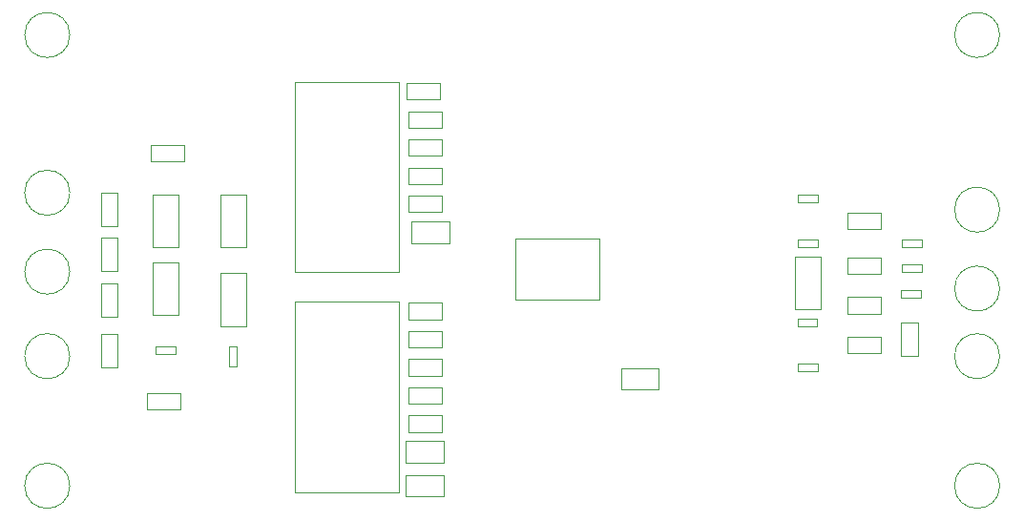
<source format=gbr>
%TF.GenerationSoftware,KiCad,Pcbnew,5.1.10*%
%TF.CreationDate,2021-07-17T21:09:20+02:00*%
%TF.ProjectId,smd-balanced,736d642d-6261-46c6-916e-6365642e6b69,rev?*%
%TF.SameCoordinates,Original*%
%TF.FileFunction,Other,User*%
%FSLAX46Y46*%
G04 Gerber Fmt 4.6, Leading zero omitted, Abs format (unit mm)*
G04 Created by KiCad (PCBNEW 5.1.10) date 2021-07-17 21:09:20*
%MOMM*%
%LPD*%
G01*
G04 APERTURE LIST*
%ADD10C,0.050000*%
G04 APERTURE END LIST*
D10*
%TO.C,C1*%
X107120000Y-52850000D02*
X107120000Y-52150000D01*
X107120000Y-52150000D02*
X108880000Y-52150000D01*
X108880000Y-52150000D02*
X108880000Y-52850000D01*
X108880000Y-52850000D02*
X107120000Y-52850000D01*
%TO.C,C2*%
X118065000Y-59045000D02*
X116305000Y-59045000D01*
X118065000Y-58345000D02*
X118065000Y-59045000D01*
X116305000Y-58345000D02*
X118065000Y-58345000D01*
X116305000Y-59045000D02*
X116305000Y-58345000D01*
%TO.C,C3*%
X117972000Y-61350000D02*
X116212000Y-61350000D01*
X117972000Y-60650000D02*
X117972000Y-61350000D01*
X116212000Y-60650000D02*
X117972000Y-60650000D01*
X116212000Y-61350000D02*
X116212000Y-60650000D01*
%TO.C,C4*%
X108880000Y-56850000D02*
X107120000Y-56850000D01*
X108880000Y-56150000D02*
X108880000Y-56850000D01*
X107120000Y-56150000D02*
X108880000Y-56150000D01*
X107120000Y-56850000D02*
X107120000Y-56150000D01*
%TO.C,C5*%
X107052000Y-63850000D02*
X107052000Y-63150000D01*
X107052000Y-63150000D02*
X108812000Y-63150000D01*
X108812000Y-63150000D02*
X108812000Y-63850000D01*
X108812000Y-63850000D02*
X107052000Y-63850000D01*
%TO.C,C6*%
X51880000Y-65650000D02*
X51880000Y-66350000D01*
X51880000Y-66350000D02*
X50120000Y-66350000D01*
X50120000Y-66350000D02*
X50120000Y-65650000D01*
X50120000Y-65650000D02*
X51880000Y-65650000D01*
%TO.C,C7*%
X108880000Y-67850000D02*
X107120000Y-67850000D01*
X108880000Y-67150000D02*
X108880000Y-67850000D01*
X107120000Y-67150000D02*
X108880000Y-67150000D01*
X107120000Y-67850000D02*
X107120000Y-67150000D01*
%TO.C,C8*%
X56650000Y-65620000D02*
X57350000Y-65620000D01*
X57350000Y-65620000D02*
X57350000Y-67380000D01*
X57350000Y-67380000D02*
X56650000Y-67380000D01*
X56650000Y-67380000D02*
X56650000Y-65620000D01*
%TO.C,C9*%
X116305000Y-56850000D02*
X116305000Y-56150000D01*
X116305000Y-56150000D02*
X118065000Y-56150000D01*
X118065000Y-56150000D02*
X118065000Y-56850000D01*
X118065000Y-56850000D02*
X116305000Y-56850000D01*
%TO.C,D1*%
X106850000Y-62350000D02*
X106850000Y-57650000D01*
X106850000Y-57650000D02*
X109150000Y-57650000D01*
X109150000Y-57650000D02*
X109150000Y-62350000D01*
X106850000Y-62350000D02*
X109150000Y-62350000D01*
%TO.C,D2*%
X55850000Y-56850000D02*
X58150000Y-56850000D01*
X58150000Y-52150000D02*
X58150000Y-56850000D01*
X55850000Y-52150000D02*
X58150000Y-52150000D01*
X55850000Y-56850000D02*
X55850000Y-52150000D01*
%TO.C,D3*%
X55850000Y-63850000D02*
X55850000Y-59150000D01*
X55850000Y-59150000D02*
X58150000Y-59150000D01*
X58150000Y-59150000D02*
X58150000Y-63850000D01*
X55850000Y-63850000D02*
X58150000Y-63850000D01*
%TO.C,D4*%
X49850000Y-56850000D02*
X52150000Y-56850000D01*
X52150000Y-52150000D02*
X52150000Y-56850000D01*
X49850000Y-52150000D02*
X52150000Y-52150000D01*
X49850000Y-56850000D02*
X49850000Y-52150000D01*
%TO.C,D5*%
X49850000Y-62850000D02*
X49850000Y-58150000D01*
X49850000Y-58150000D02*
X52150000Y-58150000D01*
X52150000Y-58150000D02*
X52150000Y-62850000D01*
X49850000Y-62850000D02*
X52150000Y-62850000D01*
%TO.C,J1*%
X42500000Y-66500000D02*
G75*
G03*
X42500000Y-66500000I-2000000J0D01*
G01*
%TO.C,J2*%
X125000000Y-53500000D02*
G75*
G03*
X125000000Y-53500000I-2000000J0D01*
G01*
%TO.C,J3*%
X125000000Y-60500000D02*
G75*
G03*
X125000000Y-60500000I-2000000J0D01*
G01*
%TO.C,J4*%
X125000000Y-66500000D02*
G75*
G03*
X125000000Y-66500000I-2000000J0D01*
G01*
%TO.C,J6*%
X42500000Y-38000000D02*
G75*
G03*
X42500000Y-38000000I-2000000J0D01*
G01*
%TO.C,J7*%
X125000000Y-38000000D02*
G75*
G03*
X125000000Y-38000000I-2000000J0D01*
G01*
%TO.C,J8*%
X125000000Y-78000000D02*
G75*
G03*
X125000000Y-78000000I-2000000J0D01*
G01*
%TO.C,J9*%
X42500000Y-78000000D02*
G75*
G03*
X42500000Y-78000000I-2000000J0D01*
G01*
%TO.C,J10*%
X42500000Y-52000000D02*
G75*
G03*
X42500000Y-52000000I-2000000J0D01*
G01*
%TO.C,J11*%
X42500000Y-59000000D02*
G75*
G03*
X42500000Y-59000000I-2000000J0D01*
G01*
%TO.C,R1*%
X111520000Y-55230000D02*
X111520000Y-53770000D01*
X111520000Y-53770000D02*
X114480000Y-53770000D01*
X114480000Y-53770000D02*
X114480000Y-55230000D01*
X114480000Y-55230000D02*
X111520000Y-55230000D01*
%TO.C,R2*%
X75305000Y-42270000D02*
X75305000Y-43730000D01*
X75305000Y-43730000D02*
X72345000Y-43730000D01*
X72345000Y-43730000D02*
X72345000Y-42270000D01*
X72345000Y-42270000D02*
X75305000Y-42270000D01*
%TO.C,R3*%
X111520000Y-62730000D02*
X111520000Y-61270000D01*
X111520000Y-61270000D02*
X114480000Y-61270000D01*
X114480000Y-61270000D02*
X114480000Y-62730000D01*
X114480000Y-62730000D02*
X111520000Y-62730000D01*
%TO.C,R4*%
X117730000Y-63520000D02*
X117730000Y-66480000D01*
X116270000Y-63520000D02*
X117730000Y-63520000D01*
X116270000Y-66480000D02*
X116270000Y-63520000D01*
X117730000Y-66480000D02*
X116270000Y-66480000D01*
%TO.C,R5*%
X114480000Y-59230000D02*
X111520000Y-59230000D01*
X114480000Y-57770000D02*
X114480000Y-59230000D01*
X111520000Y-57770000D02*
X114480000Y-57770000D01*
X111520000Y-59230000D02*
X111520000Y-57770000D01*
%TO.C,R6*%
X52655000Y-49230000D02*
X49695000Y-49230000D01*
X52655000Y-47770000D02*
X52655000Y-49230000D01*
X49695000Y-47770000D02*
X52655000Y-47770000D01*
X49695000Y-49230000D02*
X49695000Y-47770000D01*
%TO.C,R8*%
X114480000Y-66230000D02*
X111520000Y-66230000D01*
X114480000Y-64770000D02*
X114480000Y-66230000D01*
X111520000Y-64770000D02*
X114480000Y-64770000D01*
X111520000Y-66230000D02*
X111520000Y-64770000D01*
%TO.C,R9*%
X46730000Y-60020000D02*
X46730000Y-62980000D01*
X45270000Y-60020000D02*
X46730000Y-60020000D01*
X45270000Y-62980000D02*
X45270000Y-60020000D01*
X46730000Y-62980000D02*
X45270000Y-62980000D01*
%TO.C,R10*%
X49345000Y-71230000D02*
X49345000Y-69770000D01*
X49345000Y-69770000D02*
X52305000Y-69770000D01*
X52305000Y-69770000D02*
X52305000Y-71230000D01*
X52305000Y-71230000D02*
X49345000Y-71230000D01*
%TO.C,R11*%
X46730000Y-54980000D02*
X45270000Y-54980000D01*
X45270000Y-54980000D02*
X45270000Y-52020000D01*
X45270000Y-52020000D02*
X46730000Y-52020000D01*
X46730000Y-52020000D02*
X46730000Y-54980000D01*
%TO.C,R12*%
X46730000Y-67480000D02*
X45270000Y-67480000D01*
X45270000Y-67480000D02*
X45270000Y-64520000D01*
X45270000Y-64520000D02*
X46730000Y-64520000D01*
X46730000Y-64520000D02*
X46730000Y-67480000D01*
%TO.C,R13*%
X72520000Y-44770000D02*
X75480000Y-44770000D01*
X72520000Y-46230000D02*
X72520000Y-44770000D01*
X75480000Y-46230000D02*
X72520000Y-46230000D01*
X75480000Y-44770000D02*
X75480000Y-46230000D01*
%TO.C,R14*%
X75480000Y-47270000D02*
X75480000Y-48730000D01*
X75480000Y-48730000D02*
X72520000Y-48730000D01*
X72520000Y-48730000D02*
X72520000Y-47270000D01*
X72520000Y-47270000D02*
X75480000Y-47270000D01*
%TO.C,R15*%
X72520000Y-49770000D02*
X75480000Y-49770000D01*
X72520000Y-51230000D02*
X72520000Y-49770000D01*
X75480000Y-51230000D02*
X72520000Y-51230000D01*
X75480000Y-49770000D02*
X75480000Y-51230000D01*
%TO.C,R16*%
X72520000Y-52270000D02*
X75480000Y-52270000D01*
X72520000Y-53730000D02*
X72520000Y-52270000D01*
X75480000Y-53730000D02*
X72520000Y-53730000D01*
X75480000Y-52270000D02*
X75480000Y-53730000D01*
%TO.C,R17*%
X76180000Y-54550000D02*
X76180000Y-56450000D01*
X76180000Y-56450000D02*
X72820000Y-56450000D01*
X72820000Y-56450000D02*
X72820000Y-54550000D01*
X72820000Y-54550000D02*
X76180000Y-54550000D01*
%TO.C,R18*%
X91407500Y-67550000D02*
X94767500Y-67550000D01*
X91407500Y-69450000D02*
X91407500Y-67550000D01*
X94767500Y-69450000D02*
X91407500Y-69450000D01*
X94767500Y-67550000D02*
X94767500Y-69450000D01*
%TO.C,R19*%
X75480000Y-61770000D02*
X75480000Y-63230000D01*
X75480000Y-63230000D02*
X72520000Y-63230000D01*
X72520000Y-63230000D02*
X72520000Y-61770000D01*
X72520000Y-61770000D02*
X75480000Y-61770000D01*
%TO.C,R20*%
X75480000Y-64270000D02*
X75480000Y-65730000D01*
X75480000Y-65730000D02*
X72520000Y-65730000D01*
X72520000Y-65730000D02*
X72520000Y-64270000D01*
X72520000Y-64270000D02*
X75480000Y-64270000D01*
%TO.C,R21*%
X72520000Y-66770000D02*
X75480000Y-66770000D01*
X72520000Y-68230000D02*
X72520000Y-66770000D01*
X75480000Y-68230000D02*
X72520000Y-68230000D01*
X75480000Y-66770000D02*
X75480000Y-68230000D01*
%TO.C,R22*%
X75480000Y-69270000D02*
X75480000Y-70730000D01*
X75480000Y-70730000D02*
X72520000Y-70730000D01*
X72520000Y-70730000D02*
X72520000Y-69270000D01*
X72520000Y-69270000D02*
X75480000Y-69270000D01*
%TO.C,R23*%
X72520000Y-71770000D02*
X75480000Y-71770000D01*
X72520000Y-73230000D02*
X72520000Y-71770000D01*
X75480000Y-73230000D02*
X72520000Y-73230000D01*
X75480000Y-71770000D02*
X75480000Y-73230000D01*
%TO.C,R24*%
X72320000Y-74050000D02*
X75680000Y-74050000D01*
X72320000Y-75950000D02*
X72320000Y-74050000D01*
X75680000Y-75950000D02*
X72320000Y-75950000D01*
X75680000Y-74050000D02*
X75680000Y-75950000D01*
%TO.C,R25*%
X75680000Y-77050000D02*
X75680000Y-78950000D01*
X75680000Y-78950000D02*
X72320000Y-78950000D01*
X72320000Y-78950000D02*
X72320000Y-77050000D01*
X72320000Y-77050000D02*
X75680000Y-77050000D01*
%TO.C,SW1*%
X71665000Y-42180000D02*
X71665000Y-59060000D01*
X71665000Y-59060000D02*
X62505000Y-59060000D01*
X62505000Y-59060000D02*
X62505000Y-42180000D01*
X62505000Y-42180000D02*
X71665000Y-42180000D01*
%TO.C,SW2*%
X62505000Y-61680000D02*
X71665000Y-61680000D01*
X62505000Y-78560000D02*
X62505000Y-61680000D01*
X71665000Y-78560000D02*
X62505000Y-78560000D01*
X71665000Y-61680000D02*
X71665000Y-78560000D01*
%TO.C,R7*%
X45270000Y-56020000D02*
X46730000Y-56020000D01*
X46730000Y-56020000D02*
X46730000Y-58980000D01*
X46730000Y-58980000D02*
X45270000Y-58980000D01*
X45270000Y-58980000D02*
X45270000Y-56020000D01*
%TO.C,U1*%
X82050000Y-56050000D02*
X82050000Y-61450000D01*
X82050000Y-61450000D02*
X89450000Y-61450000D01*
X89450000Y-61450000D02*
X89450000Y-56050000D01*
X89450000Y-56050000D02*
X82050000Y-56050000D01*
%TD*%
M02*

</source>
